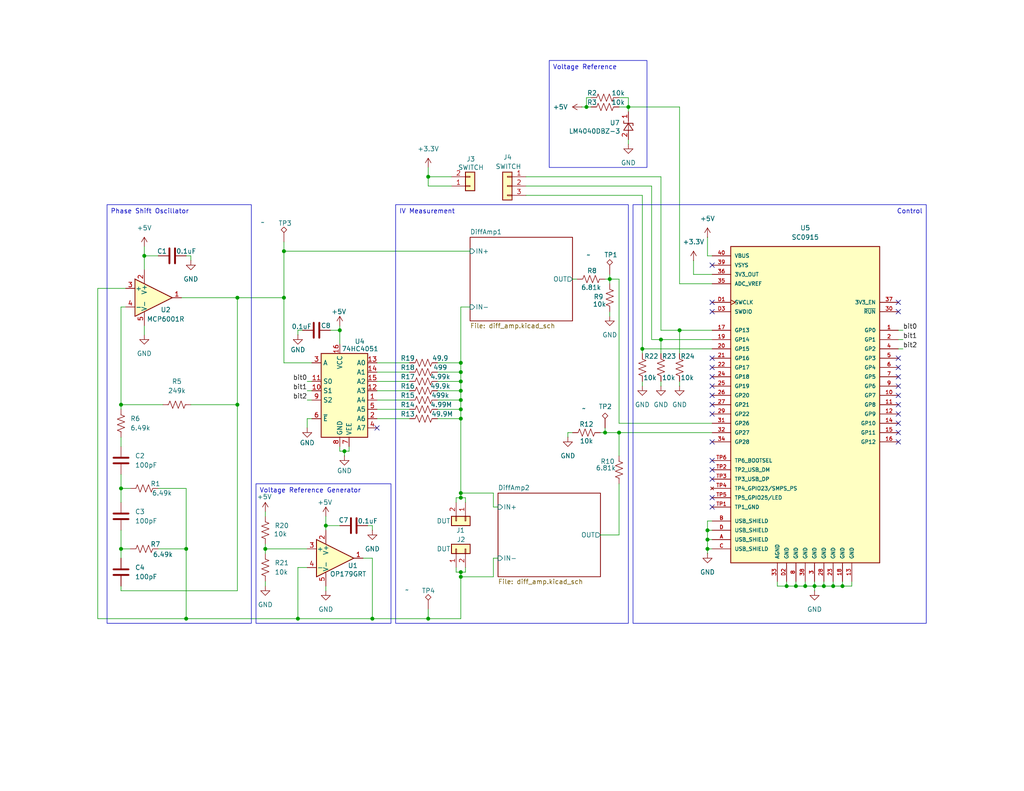
<source format=kicad_sch>
(kicad_sch (version 20231120) (generator "eeschema") (generator_version "8.0")
  (paper "A")
  (title_block (title "LCR Meter"))
  (lib_symbols
    (symbol "74xx:74HC4051"
      (property "Reference" "U" (at -5.08 11.43 0))
      (property "Value" "74HC4051" (at -7.62 -13.97 0))
      (symbol "74HC4051_0_1"
        (rectangle (start -5.08 10.16) (end 7.62 -12.7) (stroke (width 0.254)) (fill (type background)))
      )
      (symbol "74HC4051_1_1"
        (pin passive line (at 10.16 -2.54 180) (length 2.54) (name "A4") (number "1"))
        (pin input line (at -7.62 0 0) (length 2.54) (name "S1") (number "10"))
        (pin input line (at -7.62 2.54 0) (length 2.54) (name "S0") (number "11"))
        (pin passive line (at 10.16 0 180) (length 2.54) (name "A3") (number "12"))
        (pin passive line (at 10.16 7.62 180) (length 2.54) (name "A0") (number "13"))
        (pin passive line (at 10.16 5.08 180) (length 2.54) (name "A1") (number "14"))
        (pin passive line (at 10.16 2.54 180) (length 2.54) (name "A2") (number "15"))
        (pin power_in line (at 0 12.7 270) (length 2.54) (name "VCC") (number "16"))
        (pin passive line (at 10.16 -7.62 180) (length 2.54) (name "A6") (number "2"))
        (pin passive line (at -7.62 7.62 0) (length 2.54) (name "A") (number "3"))
        (pin passive line (at 10.16 -10.16 180) (length 2.54) (name "A7") (number "4"))
        (pin passive line (at 10.16 -5.08 180) (length 2.54) (name "A5") (number "5"))
        (pin input line (at -7.62 -7.62 0) (length 2.54) (name "~{E}") (number "6"))
        (pin power_in line (at 2.54 -15.24 90) (length 2.54) (name "VEE") (number "7"))
        (pin power_in line (at 0 -15.24 90) (length 2.54) (name "GND") (number "8"))
        (pin input line (at -7.62 -2.54 0) (length 2.54) (name "S2") (number "9"))
      )
    )
    (symbol "Amplifier_Operational:MCP6001R" (pin_names (offset 0.127))
      (property "Reference" "U" (at 0 5.08 0))
      (property "Value" "MCP6001R" (at 0 -5.08 0))
      (symbol "MCP6001R_0_1"
        (polyline (pts (xy -5.08 5.08) (xy 5.08 0) (xy -5.08 -5.08) (xy -5.08 5.08)) (stroke (width 0.254)) (fill (type background)))
        (pin power_in line (at -2.54 7.62 270) (length 3.81) (name "V+") (number "2"))
        (pin power_in line (at -2.54 -7.62 90) (length 3.81) (name "V-") (number "5"))
      )
      (symbol "MCP6001R_1_1"
        (pin output line (at 7.62 0 180) (length 2.54) (name "~") (number "1"))
        (pin input line (at -7.62 2.54 0) (length 2.54) (name "+") (number "3"))
        (pin input line (at -7.62 -2.54 0) (length 2.54) (name "-") (number "4"))
      )
    )
    (symbol "Amplifier_Operational:OP179GRT" (pin_names (offset 0.127))
      (property "Reference" "U" (at 0 5.08 0))
      (property "Value" "OP179GRT" (at 0 -5.08 0))
      (symbol "OP179GRT_0_1"
        (polyline (pts (xy -5.08 5.08) (xy 5.08 0) (xy -5.08 -5.08) (xy -5.08 5.08)) (stroke (width 0.254)) (fill (type background)))
        (pin power_in line (at -2.54 7.62 270) (length 3.81) (name "V+") (number "2"))
        (pin power_in line (at -2.54 -7.62 90) (length 3.81) (name "V-") (number "5"))
      )
      (symbol "OP179GRT_1_1"
        (pin output line (at 7.62 0 180) (length 2.54) (name "~") (number "1"))
        (pin input line (at -7.62 2.54 0) (length 2.54) (name "+") (number "3"))
        (pin input line (at -7.62 -2.54 0) (length 2.54) (name "-") (number "4"))
      )
    )
    (symbol "Connector:TestPoint_Alt" (pin_numbers hide) (pin_names (offset 0.762) hide)
      (property "Reference" "TP" (at 0 6.858 0))
      (property "Value" "TestPoint_Alt" (at 0 5.08 0))
      (symbol "TestPoint_Alt_0_1"
        (polyline (pts (xy 0 2.54) (xy -0.762 3.302) (xy 0 4.064) (xy 0.762 3.302) (xy 0 2.54)))
      )
      (symbol "TestPoint_Alt_1_1"
        (pin passive line (at 0 0 90) (length 2.54) (name "1") (number "1"))
      )
    )
    (symbol "Connector_Generic:Conn_01x02" (pin_names (offset 1.016) hide)
      (property "Reference" "J" (at 0 2.54 0))
      (property "Value" "Conn_01x02" (at 0 -5.08 0))
      (symbol "Conn_01x02_1_1"
        (rectangle (start -1.27 -2.413) (end 0 -2.667) (stroke (width 0.1524)))
        (rectangle (start -1.27 0.127) (end 0 -0.127) (stroke (width 0.1524)))
        (rectangle (start -1.27 1.27) (end 1.27 -3.81) (stroke (width 0.254)) (fill (type background)))
        (pin passive line (at -5.08 0 0) (length 3.81) (name "Pin_1") (number "1"))
        (pin passive line (at -5.08 -2.54 0) (length 3.81) (name "Pin_2") (number "2"))
      )
    )
    (symbol "Connector_Generic:Conn_01x03" (pin_names (offset 1.016) hide)
      (property "Reference" "J" (at 0 5.08 0))
      (property "Value" "Conn_01x03" (at 0 -5.08 0))
      (symbol "Conn_01x03_1_1"
        (rectangle (start -1.27 -2.413) (end 0 -2.667) (stroke (width 0.1524)))
        (rectangle (start -1.27 0.127) (end 0 -0.127) (stroke (width 0.1524)))
        (rectangle (start -1.27 2.667) (end 0 2.413) (stroke (width 0.1524)))
        (rectangle (start -1.27 3.81) (end 1.27 -3.81) (stroke (width 0.254)) (fill (type background)))
        (pin passive line (at -5.08 2.54 0) (length 3.81) (name "Pin_1") (number "1"))
        (pin passive line (at -5.08 0 0) (length 3.81) (name "Pin_2") (number "2"))
        (pin passive line (at -5.08 -2.54 0) (length 3.81) (name "Pin_3") (number "3"))
      )
    )
    (symbol "Device:C" (pin_numbers hide) (pin_names (offset 0.254))
      (property "Reference" "C" (at 0.635 2.54 0))
      (property "Value" "C" (at 0.635 -2.54 0))
      (symbol "C_0_1"
        (polyline (pts (xy -2.032 -0.762) (xy 2.032 -0.762)) (stroke (width 0.508)))
        (polyline (pts (xy -2.032 0.762) (xy 2.032 0.762)) (stroke (width 0.508)))
      )
      (symbol "C_1_1"
        (pin passive line (at 0 3.81 270) (length 2.794) (name "~") (number "1"))
        (pin passive line (at 0 -3.81 90) (length 2.794) (name "~") (number "2"))
      )
    )
    (symbol "Device:R_US" (pin_numbers hide) (pin_names (offset 0))
      (property "Reference" "R" (at 2.54 0 90))
      (property "Value" "R_US" (at -2.54 0 90))
      (symbol "R_US_0_1"
        (polyline (pts (xy 0 -2.286) (xy 0 -2.54)))
        (polyline (pts (xy 0 2.286) (xy 0 2.54)))
        (polyline (pts (xy 0 -0.762) (xy 1.016 -1.143) (xy 0 -1.524) (xy -1.016 -1.905) (xy 0 -2.286)))
        (polyline (pts (xy 0 0.762) (xy 1.016 0.381) (xy 0 0) (xy -1.016 -0.381) (xy 0 -0.762)))
        (polyline (pts (xy 0 2.286) (xy 1.016 1.905) (xy 0 1.524) (xy -1.016 1.143) (xy 0 0.762)))
      )
      (symbol "R_US_1_1"
        (pin passive line (at 0 3.81 270) (length 1.27) (name "~") (number "1"))
        (pin passive line (at 0 -3.81 90) (length 1.27) (name "~") (number "2"))
      )
    )
    (symbol "Newt_Scope_Parts:SC0915" (pin_names (offset 1.016))
      (property "Reference" "U" (at -20.32 44.069 0))
      (property "Value" "SC0915" (at 11.43 44.45 0))
      (symbol "SC0915_0_0"
        (rectangle (start -20.32 43.18) (end 20.32 -43.18) (stroke (width 0.254)) (fill (type background)))
        (pin bidirectional line (at -25.4 20.32 0) (length 5.08) (name "GP0") (number "1"))
        (pin bidirectional line (at -25.4 2.54 0) (length 5.08) (name "GP7") (number "10"))
        (pin bidirectional line (at -25.4 0 0) (length 5.08) (name "GP8") (number "11"))
        (pin bidirectional line (at -25.4 -2.54 0) (length 5.08) (name "GP9") (number "12"))
        (pin power_in line (at -12.7 -48.26 90) (length 5.08) (name "GND") (number "13"))
        (pin bidirectional line (at -25.4 -5.08 0) (length 5.08) (name "GP10") (number "14"))
        (pin bidirectional line (at -25.4 -7.62 0) (length 5.08) (name "GP11") (number "15"))
        (pin bidirectional line (at -25.4 -10.16 0) (length 5.08) (name "GP12") (number "16"))
        (pin bidirectional line (at 25.4 20.32 180) (length 5.08) (name "GP13") (number "17"))
        (pin power_in line (at -10.16 -48.26 90) (length 5.08) (name "GND") (number "18"))
        (pin bidirectional line (at 25.4 17.78 180) (length 5.08) (name "GP14") (number "19"))
        (pin bidirectional line (at -25.4 17.78 0) (length 5.08) (name "GP1") (number "2"))
        (pin bidirectional line (at 25.4 15.24 180) (length 5.08) (name "GP15") (number "20"))
        (pin bidirectional line (at 25.4 12.7 180) (length 5.08) (name "GP16") (number "21"))
        (pin bidirectional line (at 25.4 10.16 180) (length 5.08) (name "GP17") (number "22"))
        (pin power_in line (at -7.62 -48.26 90) (length 5.08) (name "GND") (number "23"))
        (pin bidirectional line (at 25.4 7.62 180) (length 5.08) (name "GP18") (number "24"))
        (pin bidirectional line (at 25.4 5.08 180) (length 5.08) (name "GP19") (number "25"))
        (pin bidirectional line (at 25.4 2.54 180) (length 5.08) (name "GP20") (number "26"))
        (pin bidirectional line (at 25.4 0 180) (length 5.08) (name "GP21") (number "27"))
        (pin power_in line (at -5.08 -48.26 90) (length 5.08) (name "GND") (number "28"))
        (pin bidirectional line (at 25.4 -2.54 180) (length 5.08) (name "GP22") (number "29"))
        (pin power_in line (at -2.54 -48.26 90) (length 5.08) (name "GND") (number "3"))
        (pin input line (at -25.4 25.4 0) (length 5.08) (name "~{RUN}") (number "30"))
        (pin bidirectional line (at 25.4 -5.08 180) (length 5.08) (name "GP26") (number "31"))
        (pin bidirectional line (at 25.4 -7.62 180) (length 5.08) (name "GP27") (number "32"))
        (pin power_in line (at 7.62 -48.26 90) (length 5.08) (name "AGND") (number "33"))
        (pin bidirectional line (at 25.4 -10.16 180) (length 5.08) (name "GP28") (number "34"))
        (pin power_in line (at 25.4 33.02 180) (length 5.08) (name "ADC_VREF") (number "35"))
        (pin power_in line (at 25.4 35.56 180) (length 5.08) (name "3V3_OUT") (number "36"))
        (pin input line (at -25.4 27.94 0) (length 5.08) (name "3V3_EN") (number "37"))
        (pin power_in line (at 0 -48.26 90) (length 5.08) (name "GND") (number "38"))
        (pin power_in line (at 25.4 38.1 180) (length 5.08) (name "VSYS") (number "39"))
        (pin bidirectional line (at -25.4 15.24 0) (length 5.08) (name "GP2") (number "4"))
        (pin power_in line (at 25.4 40.64 180) (length 5.08) (name "VBUS") (number "40"))
        (pin bidirectional line (at -25.4 12.7 0) (length 5.08) (name "GP3") (number "5"))
        (pin bidirectional line (at -25.4 10.16 0) (length 5.08) (name "GP4") (number "6"))
        (pin bidirectional line (at -25.4 7.62 0) (length 5.08) (name "GP5") (number "7"))
        (pin power_in line (at 2.54 -48.26 90) (length 5.08) (name "GND") (number "8"))
        (pin bidirectional line (at -25.4 5.08 0) (length 5.08) (name "GP6") (number "9"))
        (pin power_in line (at 25.4 -36.83 180) (length 5.08) (name "USB_SHIELD") (number "A"))
        (pin power_in line (at 25.4 -31.75 180) (length 5.08) (name "USB_SHIELD") (number "B"))
        (pin power_in line (at 25.4 -39.37 180) (length 5.08) (name "USB_SHIELD") (number "C"))
        (pin power_in line (at 25.4 -34.29 180) (length 5.08) (name "USB_SHIELD") (number "D"))
        (pin input clock (at 25.4 27.94 180) (length 5.08) (name "SWCLK") (number "D1"))
        (pin power_in line (at 5.08 -48.26 90) (length 5.08) (name "GND") (number "D2"))
        (pin bidirectional line (at 25.4 25.4 180) (length 5.08) (name "SWDIO") (number "D3"))
        (pin power_in line (at 25.4 -27.94 180) (length 5.08) (name "TP1_GND") (number "TP1"))
        (pin bidirectional line (at 25.4 -17.78 180) (length 5.08) (name "TP2_USB_DM") (number "TP2"))
        (pin bidirectional line (at 25.4 -20.32 180) (length 5.08) (name "TP3_USB_DP") (number "TP3"))
        (pin no_connect line (at 25.4 -22.86 180) (length 5.08) (name "TP4_GPIO23/SMPS_PS") (number "TP4"))
        (pin output line (at 25.4 -25.4 180) (length 5.08) (name "TP5_GPIO25/LED") (number "TP5"))
        (pin input line (at 25.4 -15.24 180) (length 5.08) (name "TP6_BOOTSEL") (number "TP6"))
      )
    )
    (symbol "Reference_Voltage:LM4040DBZ-3" (pin_names (offset 0.0254) hide)
      (property "Reference" "U" (at 0 2.54 0))
      (property "Value" "LM4040DBZ-3" (at 0 -3.175 0))
      (symbol "LM4040DBZ-3_0_1"
        (polyline (pts (xy -1.27 0) (xy 0 0) (xy 1.27 0)))
        (polyline (pts (xy -1.27 -1.27) (xy 0.635 0) (xy -1.27 1.27) (xy -1.27 -1.27)) (stroke (width 0.2032)))
        (polyline (pts (xy 0 -1.27) (xy 0.635 -1.27) (xy 0.635 1.27) (xy 1.27 1.27)) (stroke (width 0.2032)))
      )
      (symbol "LM4040DBZ-3_1_1"
        (pin passive line (at 3.81 0 180) (length 2.54) (name "K") (number "1"))
        (pin passive line (at -3.81 0 0) (length 2.54) (name "A") (number "2"))
      )
    )
    (symbol "power:+3.3V" (power) (pin_numbers hide) (pin_names (offset 0) hide)
      (property "Value" "+3.3V" (at 0 3.556 0))
      (symbol "+3.3V_0_1"
        (polyline (pts (xy -0.762 1.27) (xy 0 2.54)))
        (polyline (pts (xy 0 0) (xy 0 2.54)))
        (polyline (pts (xy 0 2.54) (xy 0.762 1.27)))
      )
      (symbol "+3.3V_1_1"
        (pin power_in line (at 0 0 90) (length 0) (name "~") (number "1"))
      )
    )
    (symbol "power:+5V" (power) (pin_numbers hide) (pin_names (offset 0) hide)
      (property "Value" "+5V" (at 0 3.556 0))
      (symbol "+5V_0_1"
        (polyline (pts (xy -0.762 1.27) (xy 0 2.54)))
        (polyline (pts (xy 0 0) (xy 0 2.54)))
        (polyline (pts (xy 0 2.54) (xy 0.762 1.27)))
      )
      (symbol "+5V_1_1"
        (pin power_in line (at 0 0 90) (length 0) (name "~") (number "1"))
      )
    )
    (symbol "power:GND" (power) (pin_numbers hide) (pin_names (offset 0) hide)
      (property "Value" "GND" (at 0 -3.81 0))
      (symbol "GND_0_1"
        (polyline (pts (xy 0 0) (xy 0 -1.27) (xy 1.27 -1.27) (xy 0 -2.54) (xy -1.27 -1.27) (xy 0 -1.27)))
      )
      (symbol "GND_1_1"
        (pin power_in line (at 0 0 270) (length 0) (name "~") (number "1"))
      )
    )
  )
  (junction (at 50.8 168.91))
  (junction (at 92.71 90.17))
  (junction (at 214.63 160.02))
  (junction (at 33.02 133.35))
  (junction (at 93.98 123.19))
  (junction (at 125.73 99.06))
  (junction (at 101.6 168.91))
  (junction (at 217.17 160.02))
  (junction (at 193.04 149.86))
  (junction (at 125.73 101.6))
  (junction (at 171.45 29.21))
  (junction (at 160.02 29.21))
  (junction (at 125.73 111.76))
  (junction (at 219.71 160.02))
  (junction (at 125.73 156.21))
  (junction (at 64.77 110.49))
  (junction (at 77.47 68.58))
  (junction (at 193.04 147.32))
  (junction (at 72.39 149.86))
  (junction (at 116.84 168.91))
  (junction (at 33.02 149.86))
  (junction (at 168.91 118.11))
  (junction (at 33.02 110.49))
  (junction (at 222.25 160.02))
  (junction (at 125.73 135.89))
  (junction (at 50.8 149.86))
  (junction (at 125.73 109.22))
  (junction (at 193.04 144.78))
  (junction (at 39.37 69.85))
  (junction (at 77.47 81.28))
  (junction (at 125.73 114.3))
  (junction (at 165.1 118.11))
  (junction (at 125.73 104.14))
  (junction (at 125.73 157.48))
  (junction (at 64.77 81.28))
  (junction (at 166.37 76.2))
  (junction (at 125.73 106.68))
  (junction (at 175.26 95.25))
  (junction (at 125.73 134.62))
  (junction (at 81.28 168.91))
  (junction (at 185.42 90.17))
  (junction (at 116.84 48.26))
  (junction (at 224.79 160.02))
  (junction (at 180.34 92.71))
  (junction (at 227.33 160.02))
  (junction (at 88.9 143.51))
  (junction (at 229.87 160.02))
  (no_connect (at 194.31 100.33))
  (no_connect (at 194.31 128.27))
  (no_connect (at 245.11 120.65))
  (no_connect (at 245.11 107.95))
  (no_connect (at 245.11 110.49))
  (no_connect (at 194.31 72.39))
  (no_connect (at 245.11 118.11))
  (no_connect (at 194.31 120.65))
  (no_connect (at 245.11 97.79))
  (no_connect (at 245.11 100.33))
  (no_connect (at 194.31 138.43))
  (no_connect (at 245.11 85.09))
  (no_connect (at 102.87 116.84))
  (no_connect (at 194.31 107.95))
  (no_connect (at 194.31 82.55))
  (no_connect (at 194.31 97.79))
  (no_connect (at 194.31 135.89))
  (no_connect (at 245.11 115.57))
  (no_connect (at 245.11 105.41))
  (no_connect (at 245.11 102.87))
  (no_connect (at 194.31 102.87))
  (no_connect (at 245.11 82.55))
  (no_connect (at 194.31 113.03))
  (no_connect (at 194.31 110.49))
  (no_connect (at 194.31 125.73))
  (no_connect (at 245.11 113.03))
  (no_connect (at 194.31 105.41))
  (no_connect (at 194.31 130.81))
  (no_connect (at 194.31 85.09))
  (wire (pts (xy 33.02 110.49) (xy 33.02 111.76)))
  (wire (pts (xy 102.87 104.14) (xy 111.76 104.14)))
  (wire (pts (xy 119.38 114.3) (xy 125.73 114.3)))
  (wire (pts (xy 185.42 90.17) (xy 194.31 90.17)))
  (wire (pts (xy 81.28 91.44) (xy 81.28 90.17)))
  (wire (pts (xy 194.31 149.86) (xy 193.04 149.86)))
  (wire (pts (xy 125.73 157.48) (xy 125.73 168.91)))
  (wire (pts (xy 33.02 149.86) (xy 33.02 152.4)))
  (wire (pts (xy 168.91 76.2) (xy 168.91 115.57)))
  (wire (pts (xy 166.37 74.93) (xy 166.37 76.2)))
  (wire (pts (xy 165.1 76.2) (xy 166.37 76.2)))
  (wire (pts (xy 125.73 104.14) (xy 125.73 106.68)))
  (wire (pts (xy 175.26 95.25) (xy 194.31 95.25)))
  (wire (pts (xy 92.71 88.9) (xy 92.71 90.17)))
  (wire (pts (xy 154.94 118.11) (xy 156.21 118.11)))
  (wire (pts (xy 168.91 29.21) (xy 171.45 29.21)))
  (wire (pts (xy 119.38 106.68) (xy 125.73 106.68)))
  (wire (pts (xy 83.82 104.14) (xy 85.09 104.14)))
  (wire (pts (xy 39.37 88.9) (xy 39.37 91.44)))
  (wire (pts (xy 125.73 111.76) (xy 125.73 114.3)))
  (wire (pts (xy 119.38 99.06) (xy 125.73 99.06)))
  (wire (pts (xy 102.87 111.76) (xy 111.76 111.76)))
  (wire (pts (xy 124.46 135.89) (xy 125.73 135.89)))
  (wire (pts (xy 219.71 160.02) (xy 217.17 160.02)))
  (wire (pts (xy 101.6 144.78) (xy 101.6 143.51)))
  (wire (pts (xy 134.62 157.48) (xy 134.62 152.4)))
  (wire (pts (xy 161.29 26.67) (xy 160.02 26.67)))
  (wire (pts (xy 52.07 69.85) (xy 52.07 71.12)))
  (wire (pts (xy 185.42 104.14) (xy 185.42 105.41)))
  (wire (pts (xy 217.17 158.75) (xy 217.17 160.02)))
  (wire (pts (xy 119.38 109.22) (xy 125.73 109.22)))
  (wire (pts (xy 163.83 146.05) (xy 168.91 146.05)))
  (wire (pts (xy 81.28 90.17) (xy 82.55 90.17)))
  (wire (pts (xy 93.98 123.19) (xy 93.98 124.46)))
  (wire (pts (xy 227.33 160.02) (xy 224.79 160.02)))
  (wire (pts (xy 88.9 143.51) (xy 88.9 144.78)))
  (wire (pts (xy 168.91 118.11) (xy 165.1 118.11)))
  (wire (pts (xy 102.87 99.06) (xy 111.76 99.06)))
  (wire (pts (xy 119.38 111.76) (xy 125.73 111.76)))
  (wire (pts (xy 83.82 114.3) (xy 83.82 116.84)))
  (wire (pts (xy 125.73 109.22) (xy 125.73 111.76)))
  (wire (pts (xy 50.8 133.35) (xy 50.8 149.86)))
  (wire (pts (xy 125.73 114.3) (xy 125.73 134.62)))
  (wire (pts (xy 212.09 160.02) (xy 212.09 158.75)))
  (wire (pts (xy 171.45 29.21) (xy 171.45 30.48)))
  (wire (pts (xy 39.37 67.31) (xy 39.37 69.85)))
  (wire (pts (xy 214.63 158.75) (xy 214.63 160.02)))
  (wire (pts (xy 52.07 110.49) (xy 64.77 110.49)))
  (wire (pts (xy 83.82 109.22) (xy 85.09 109.22)))
  (wire (pts (xy 26.67 78.74) (xy 34.29 78.74)))
  (wire (pts (xy 222.25 160.02) (xy 222.25 161.29)))
  (wire (pts (xy 125.73 99.06) (xy 125.73 83.82)))
  (wire (pts (xy 227.33 158.75) (xy 227.33 160.02)))
  (wire (pts (xy 72.39 158.75) (xy 72.39 160.02)))
  (wire (pts (xy 185.42 90.17) (xy 185.42 96.52)))
  (wire (pts (xy 232.41 160.02) (xy 229.87 160.02)))
  (wire (pts (xy 125.73 106.68) (xy 125.73 109.22)))
  (wire (pts (xy 160.02 26.67) (xy 160.02 29.21)))
  (wire (pts (xy 194.31 144.78) (xy 193.04 144.78)))
  (wire (pts (xy 92.71 123.19) (xy 93.98 123.19)))
  (wire (pts (xy 33.02 160.02) (xy 33.02 161.29)))
  (wire (pts (xy 125.73 99.06) (xy 125.73 101.6)))
  (wire (pts (xy 33.02 133.35) (xy 33.02 137.16)))
  (wire (pts (xy 50.8 149.86) (xy 50.8 168.91)))
  (wire (pts (xy 171.45 26.67) (xy 171.45 29.21)))
  (wire (pts (xy 166.37 85.09) (xy 166.37 86.36)))
  (wire (pts (xy 64.77 161.29) (xy 64.77 110.49)))
  (wire (pts (xy 102.87 101.6) (xy 111.76 101.6)))
  (wire (pts (xy 194.31 147.32) (xy 193.04 147.32)))
  (wire (pts (xy 125.73 134.62) (xy 125.73 135.89)))
  (wire (pts (xy 50.8 168.91) (xy 81.28 168.91)))
  (wire (pts (xy 154.94 118.11) (xy 154.94 119.38)))
  (wire (pts (xy 143.51 48.26) (xy 180.34 48.26)))
  (wire (pts (xy 100.33 143.51) (xy 101.6 143.51)))
  (wire (pts (xy 177.8 50.8) (xy 177.8 92.71)))
  (wire (pts (xy 116.84 50.8) (xy 123.19 50.8)))
  (wire (pts (xy 229.87 158.75) (xy 229.87 160.02)))
  (wire (pts (xy 90.17 90.17) (xy 92.71 90.17)))
  (wire (pts (xy 189.23 74.93) (xy 194.31 74.93)))
  (wire (pts (xy 168.91 118.11) (xy 168.91 124.46)))
  (wire (pts (xy 33.02 161.29) (xy 64.77 161.29)))
  (wire (pts (xy 189.23 71.12) (xy 189.23 74.93)))
  (wire (pts (xy 33.02 149.86) (xy 35.56 149.86)))
  (wire (pts (xy 33.02 144.78) (xy 33.02 149.86)))
  (wire (pts (xy 88.9 160.02) (xy 88.9 161.29)))
  (wire (pts (xy 33.02 129.54) (xy 33.02 133.35)))
  (wire (pts (xy 168.91 26.67) (xy 171.45 26.67)))
  (wire (pts (xy 102.87 114.3) (xy 111.76 114.3)))
  (wire (pts (xy 99.06 152.4) (xy 101.6 152.4)))
  (wire (pts (xy 166.37 76.2) (xy 168.91 76.2)))
  (wire (pts (xy 134.62 134.62) (xy 134.62 138.43)))
  (wire (pts (xy 101.6 152.4) (xy 101.6 168.91)))
  (wire (pts (xy 72.39 149.86) (xy 83.82 149.86)))
  (wire (pts (xy 222.25 158.75) (xy 222.25 160.02)))
  (wire (pts (xy 219.71 158.75) (xy 219.71 160.02)))
  (wire (pts (xy 175.26 104.14) (xy 175.26 105.41)))
  (wire (pts (xy 88.9 143.51) (xy 92.71 143.51)))
  (wire (pts (xy 33.02 121.92) (xy 33.02 119.38)))
  (wire (pts (xy 125.73 156.21) (xy 127 156.21)))
  (wire (pts (xy 72.39 139.7) (xy 72.39 140.97)))
  (wire (pts (xy 180.34 104.14) (xy 180.34 105.41)))
  (wire (pts (xy 229.87 160.02) (xy 227.33 160.02)))
  (wire (pts (xy 127 135.89) (xy 127 137.16)))
  (wire (pts (xy 125.73 134.62) (xy 134.62 134.62)))
  (wire (pts (xy 222.25 160.02) (xy 219.71 160.02)))
  (wire (pts (xy 77.47 68.58) (xy 77.47 81.28)))
  (wire (pts (xy 64.77 81.28) (xy 64.77 110.49)))
  (wire (pts (xy 166.37 76.2) (xy 166.37 77.47)))
  (wire (pts (xy 116.84 168.91) (xy 125.73 168.91)))
  (wire (pts (xy 232.41 158.75) (xy 232.41 160.02)))
  (wire (pts (xy 33.02 83.82) (xy 33.02 110.49)))
  (wire (pts (xy 93.98 123.19) (xy 95.25 123.19)))
  (wire (pts (xy 165.1 118.11) (xy 165.1 116.84)))
  (wire (pts (xy 194.31 69.85) (xy 193.04 69.85)))
  (wire (pts (xy 168.91 115.57) (xy 194.31 115.57)))
  (wire (pts (xy 116.84 166.37) (xy 116.84 168.91)))
  (wire (pts (xy 193.04 144.78) (xy 193.04 142.24)))
  (wire (pts (xy 160.02 29.21) (xy 161.29 29.21)))
  (wire (pts (xy 168.91 132.08) (xy 168.91 146.05)))
  (wire (pts (xy 33.02 110.49) (xy 44.45 110.49)))
  (wire (pts (xy 163.83 118.11) (xy 165.1 118.11)))
  (wire (pts (xy 83.82 106.68) (xy 85.09 106.68)))
  (wire (pts (xy 193.04 69.85) (xy 193.04 64.77)))
  (wire (pts (xy 102.87 106.68) (xy 111.76 106.68)))
  (wire (pts (xy 125.73 135.89) (xy 127 135.89)))
  (wire (pts (xy 26.67 168.91) (xy 26.67 78.74)))
  (wire (pts (xy 193.04 151.13) (xy 193.04 149.86)))
  (wire (pts (xy 158.75 29.21) (xy 160.02 29.21)))
  (wire (pts (xy 224.79 160.02) (xy 222.25 160.02)))
  (wire (pts (xy 245.11 92.71) (xy 246.38 92.71)))
  (wire (pts (xy 175.26 53.34) (xy 175.26 95.25)))
  (wire (pts (xy 125.73 156.21) (xy 125.73 157.48)))
  (wire (pts (xy 125.73 157.48) (xy 134.62 157.48)))
  (wire (pts (xy 193.04 147.32) (xy 193.04 144.78)))
  (wire (pts (xy 83.82 154.94) (xy 81.28 154.94)))
  (wire (pts (xy 34.29 83.82) (xy 33.02 83.82)))
  (wire (pts (xy 72.39 148.59) (xy 72.39 149.86)))
  (wire (pts (xy 125.73 101.6) (xy 125.73 104.14)))
  (wire (pts (xy 85.09 99.06) (xy 77.47 99.06)))
  (wire (pts (xy 245.11 90.17) (xy 246.38 90.17)))
  (wire (pts (xy 119.38 101.6) (xy 125.73 101.6)))
  (wire (pts (xy 134.62 152.4) (xy 135.89 152.4)))
  (wire (pts (xy 77.47 66.04) (xy 77.47 68.58)))
  (wire (pts (xy 180.34 92.71) (xy 180.34 96.52)))
  (wire (pts (xy 124.46 154.94) (xy 124.46 156.21)))
  (wire (pts (xy 143.51 50.8) (xy 177.8 50.8)))
  (wire (pts (xy 214.63 160.02) (xy 212.09 160.02)))
  (wire (pts (xy 180.34 48.26) (xy 180.34 90.17)))
  (wire (pts (xy 64.77 81.28) (xy 77.47 81.28)))
  (wire (pts (xy 180.34 92.71) (xy 194.31 92.71)))
  (wire (pts (xy 168.91 118.11) (xy 194.31 118.11)))
  (wire (pts (xy 171.45 29.21) (xy 185.42 29.21)))
  (wire (pts (xy 43.18 133.35) (xy 50.8 133.35)))
  (wire (pts (xy 77.47 99.06) (xy 77.47 81.28)))
  (wire (pts (xy 127 154.94) (xy 127 156.21)))
  (wire (pts (xy 156.21 76.2) (xy 157.48 76.2)))
  (wire (pts (xy 193.04 149.86) (xy 193.04 147.32)))
  (wire (pts (xy 92.71 90.17) (xy 92.71 93.98)))
  (wire (pts (xy 124.46 156.21) (xy 125.73 156.21)))
  (wire (pts (xy 81.28 154.94) (xy 81.28 168.91)))
  (wire (pts (xy 180.34 90.17) (xy 185.42 90.17)))
  (wire (pts (xy 217.17 160.02) (xy 214.63 160.02)))
  (wire (pts (xy 72.39 149.86) (xy 72.39 151.13)))
  (wire (pts (xy 124.46 137.16) (xy 124.46 135.89)))
  (wire (pts (xy 143.51 53.34) (xy 175.26 53.34)))
  (wire (pts (xy 134.62 138.43) (xy 135.89 138.43)))
  (wire (pts (xy 43.18 149.86) (xy 50.8 149.86)))
  (wire (pts (xy 185.42 29.21) (xy 185.42 77.47)))
  (wire (pts (xy 102.87 109.22) (xy 111.76 109.22)))
  (wire (pts (xy 88.9 140.97) (xy 88.9 143.51)))
  (wire (pts (xy 177.8 92.71) (xy 180.34 92.71)))
  (wire (pts (xy 116.84 48.26) (xy 123.19 48.26)))
  (wire (pts (xy 116.84 48.26) (xy 116.84 50.8)))
  (wire (pts (xy 224.79 158.75) (xy 224.79 160.02)))
  (wire (pts (xy 85.09 114.3) (xy 83.82 114.3)))
  (wire (pts (xy 33.02 133.35) (xy 35.56 133.35)))
  (wire (pts (xy 92.71 121.92) (xy 92.71 123.19)))
  (wire (pts (xy 125.73 83.82) (xy 128.27 83.82)))
  (wire (pts (xy 185.42 77.47) (xy 194.31 77.47)))
  (wire (pts (xy 119.38 104.14) (xy 125.73 104.14)))
  (wire (pts (xy 81.28 168.91) (xy 101.6 168.91)))
  (wire (pts (xy 116.84 45.72) (xy 116.84 48.26)))
  (wire (pts (xy 95.25 121.92) (xy 95.25 123.19)))
  (wire (pts (xy 246.38 95.25) (xy 245.11 95.25)))
  (wire (pts (xy 171.45 38.1) (xy 171.45 39.37)))
  (wire (pts (xy 39.37 69.85) (xy 39.37 73.66)))
  (wire (pts (xy 101.6 168.91) (xy 116.84 168.91)))
  (wire (pts (xy 175.26 95.25) (xy 175.26 96.52)))
  (wire (pts (xy 49.53 81.28) (xy 64.77 81.28)))
  (wire (pts (xy 39.37 69.85) (xy 43.18 69.85)))
  (wire (pts (xy 77.47 68.58) (xy 128.27 68.58)))
  (wire (pts (xy 50.8 69.85) (xy 52.07 69.85)))
  (wire (pts (xy 193.04 142.24) (xy 194.31 142.24)))
  (wire (pts (xy 50.8 168.91) (xy 26.67 168.91)))
  (text_box "IV Measurement" (at 107.95 55.88 0) (size 63.5 114.3) (effects (font (size 1.27 1.27)) (justify left top)))
  (text_box "Voltage Reference" (at 149.86 16.51 0) (size 26.67 29.21) (effects (font (size 1.27 1.27)) (justify left top)))
  (text_box "Control" (at 172.72 55.88 0) (size 80.01 114.3) (effects (font (size 1.27 1.27)) (justify right top)))
  (text_box "Voltage Reference Generator" (at 69.85 132.08 0) (size 36.83 38.1) (effects (font (size 1.27 1.27)) (justify left top)))
  (text_box "Phase Shift Oscillator" (at 29.21 55.88 0) (size 39.37 114.3) (effects (font (size 1.27 1.27)) (justify left top)))
  (label "bit1" (at 246.38 92.71 0))
  (label "bit2" (at 246.38 95.25 0))
  (label "bit0" (at 246.38 90.17 0))
  (label "bit2" (at 83.82 109.22 180))
  (label "bit1" (at 83.82 106.68 180))
  (label "bit0" (at 83.82 104.14 180))
  (symbol (lib_id "power:GND") (at 101.6 144.78 0) (unit 1)
    (property "Reference" "#PWR09" (effects (hide yes)))
    (property "Value" "GND" (at 101.6 149.86 0))
    (property "Description" "Power symbol creates a global label with name \"GND\" , ground" (effects (hide yes)))
  )
  (symbol (lib_id "Connector:TestPoint_Alt") (at 77.47 66.04 0) (unit 1)
    (property "Reference" "TP3" (at 75.946 60.96 0) (effects (justify left)))
    (property "Value" "~" (at 71.12 60.706 0) (effects (justify left)))
    (property "Footprint" "TestPoint:TestPoint_Pad_D1.5mm" (effects (hide yes)))
    (property "Description" "test point (alternative shape)" (effects (hide yes)))
  )
  (symbol (lib_id "Device:R_US") (at 72.39 154.94 0) (unit 1)
    (property "Reference" "R21" (at 74.93 153.6699 0) (effects (justify left)))
    (property "Value" "10k" (at 74.93 156.2099 0) (effects (justify left)))
    (property "Footprint" "Resistor_SMD:R_0603_1608Metric_Pad0.98x0.95mm_HandSolder" (effects (hide yes)))
    (property "Description" "Resistor, US symbol" (effects (hide yes)))
  )
  (symbol (lib_id "power:GND") (at 88.9 161.29 0) (unit 1)
    (property "Reference" "#PWR07" (effects (hide yes)))
    (property "Value" "GND" (at 88.9 166.37 0))
    (property "Description" "Power symbol creates a global label with name \"GND\" , ground" (effects (hide yes)))
  )
  (symbol (lib_id "Device:R_US") (at 165.1 29.21 90) (unit 1)
    (property "Reference" "R3" (at 161.544 27.94 90))
    (property "Value" "10k" (at 168.656 27.94 90))
    (property "Footprint" "Resistor_SMD:R_0603_1608Metric_Pad0.98x0.95mm_HandSolder" (effects (hide yes)))
    (property "Description" "Resistor, US symbol" (effects (hide yes)))
  )
  (symbol (lib_id "power:GND") (at 175.26 105.41 0) (unit 1)
    (property "Reference" "#PWR027" (effects (hide yes)))
    (property "Value" "GND" (at 175.26 110.49 0))
    (property "Description" "Power symbol creates a global label with name \"GND\" , ground" (effects (hide yes)))
  )
  (symbol (lib_id "Device:C") (at 46.99 69.85 90) (unit 1)
    (property "Reference" "C1" (at 44.196 68.58 90))
    (property "Value" "0.1uF" (at 50.8 68.58 90))
    (property "Footprint" "Capacitor_SMD:C_0603_1608Metric_Pad1.08x0.95mm_HandSolder" (effects (hide yes)))
    (property "Description" "Unpolarized capacitor" (effects (hide yes)))
  )
  (symbol (lib_id "Newt_Scope_Parts:SC0915") (at 219.71 110.49 0) (mirror y) (unit 1)
    (property "Reference" "U5" (at 219.71 62.23 0))
    (property "Value" "SC0915" (at 219.71 64.77 0))
    (property "Footprint" "LCR_meter_parts:MODULE_SC0915" (effects (hide yes)))
    (property "Description" "\nRaspberry Pi Pico Embedded Dev Module | Raspberry Pi SC0915\n" (effects (hide yes)))
    (property "MF" "Raspberry Pi" (effects (hide yes)))
    (property "Package" "None" (effects (hide yes)))
    (property "Price" "None" (effects (hide yes)))
    (property "Check_prices" "https://www.snapeda.com/parts/SC0915/Raspberry+Pi/view-part/?ref=eda" (effects (hide yes)))
    (property "STANDARD" "Manufacturer Recommendations" (effects (hide yes)))
    (property "PARTREV" "1.9" (effects (hide yes)))
    (property "SnapEDA_Link" "https://www.snapeda.com/parts/SC0915/Raspberry+Pi/view-part/?ref=snap" (effects (hide yes)))
    (property "MP" "SC0915" (effects (hide yes)))
    (property "Purchase-URL" "https://www.snapeda.com/api/url_track_click_mouser/?unipart_id=6331605&manufacturer=Raspberry Pi&part_name=SC0915&search_term=raspberry pi pico" (effects (hide yes)))
    (property "MANUFACTURER" "Pi Supply" (effects (hide yes)))
    (property "Availability" "In Stock" (effects (hide yes)))
    (property "SNAPEDA_PN" "SC0915" (effects (hide yes)))
  )
  (symbol (lib_id "power:+5V") (at 92.71 88.9 0) (unit 1)
    (property "Reference" "#PWR017" (effects (hide yes)))
    (property "Value" "+5V" (at 92.456 85.09 0))
    (property "Description" "Power symbol creates a global label with name \"+5V\"" (effects (hide yes)))
  )
  (symbol (lib_id "Device:R_US") (at 33.02 115.57 0) (unit 1)
    (property "Reference" "R6" (at 35.56 114.2999 0) (effects (justify left)))
    (property "Value" "6.49k" (at 35.56 116.8399 0) (effects (justify left)))
    (property "Footprint" "Resistor_SMD:R_0603_1608Metric_Pad0.98x0.95mm_HandSolder" (effects (hide yes)))
    (property "Description" "Resistor, US symbol" (effects (hide yes)))
  )
  (symbol (lib_id "Device:R_US") (at 165.1 26.67 90) (unit 1)
    (property "Reference" "R2" (at 161.544 25.4 90))
    (property "Value" "10k" (at 168.656 25.4 90))
    (property "Footprint" "Resistor_SMD:R_0603_1608Metric_Pad0.98x0.95mm_HandSolder" (effects (hide yes)))
    (property "Description" "Resistor, US symbol" (effects (hide yes)))
  )
  (symbol (lib_id "power:+5V") (at 72.39 139.7 0) (unit 1)
    (property "Reference" "#PWR024" (effects (hide yes)))
    (property "Value" "+5V" (at 72.136 135.636 0))
    (property "Description" "Power symbol creates a global label with name \"+5V\"" (effects (hide yes)))
  )
  (symbol (lib_id "Reference_Voltage:LM4040DBZ-3") (at 171.45 34.29 90) (unit 1)
    (property "Reference" "U7" (at 166.37 33.528 90) (effects (justify right)))
    (property "Value" "LM4040DBZ-3" (at 155.194 35.814 90) (effects (justify right)))
    (property "Footprint" "Package_TO_SOT_SMD:SOT-23" (effects (hide yes)))
    (property "Datasheet" "http://www.ti.com/lit/ds/symlink/lm4040-n.pdf" (effects (hide yes)))
    (property "Description" "3.000V Precision Micropower Shunt Voltage Reference, SOT-23" (effects (hide yes)))
  )
  (symbol (lib_id "power:+5V") (at 88.9 140.97 0) (unit 1)
    (property "Reference" "#PWR08" (effects (hide yes)))
    (property "Value" "+5V" (at 88.646 137.16 0))
    (property "Description" "Power symbol creates a global label with name \"+5V\"" (effects (hide yes)))
  )
  (symbol (lib_id "power:+5V") (at 39.37 67.31 0) (unit 1)
    (property "Reference" "#PWR02" (effects (hide yes)))
    (property "Value" "+5V" (at 39.37 62.23 0))
    (property "Description" "Power symbol creates a global label with name \"+5V\"" (effects (hide yes)))
  )
  (symbol (lib_id "power:GND") (at 193.04 151.13 0) (mirror y) (unit 1)
    (property "Reference" "#PWR05" (effects (hide yes)))
    (property "Value" "GND" (at 193.04 156.21 0))
    (property "Description" "Power symbol creates a global label with name \"GND\" , ground" (effects (hide yes)))
  )
  (symbol (lib_id "Device:C") (at 33.02 156.21 0) (unit 1)
    (property "Reference" "C4" (at 36.83 154.9399 0) (effects (justify left)))
    (property "Value" "100pF" (at 36.83 157.4799 0) (effects (justify left)))
    (property "Footprint" "Capacitor_SMD:C_0603_1608Metric_Pad1.08x0.95mm_HandSolder" (effects (hide yes)))
    (property "Description" "Unpolarized capacitor" (effects (hide yes)))
  )
  (symbol (lib_id "Amplifier_Operational:OP179GRT") (at 91.44 152.4 0) (unit 1)
    (property "Reference" "U1" (at 96.266 154.432 0))
    (property "Value" "OP179GRT" (at 94.996 156.718 0))
    (property "Footprint" "Package_TO_SOT_SMD:SOT-23-5" (effects (hide yes)))
    (property "Datasheet" "https://www.analog.com/media/en/technical-documentation/data-sheets/OP179_279.pdf" (effects (hide yes)))
    (property "Description" "Single Rail-to-Rail High Output Current Operational Amplifiers, SOT-23-5" (effects (hide yes)))
  )
  (symbol (lib_id "power:+5V") (at 193.04 64.77 0) (mirror y) (unit 1)
    (property "Reference" "#PWR04" (effects (hide yes)))
    (property "Value" "+5V" (at 193.04 59.69 0))
    (property "Description" "Power symbol creates a global label with name \"+5V\"" (effects (hide yes)))
  )
  (symbol (lib_id "Device:C") (at 86.36 90.17 90) (unit 1)
    (property "Reference" "C8" (at 88.9 88.9 90))
    (property "Value" "0.1uF" (at 82.296 89.154 90))
    (property "Footprint" "Capacitor_SMD:C_0603_1608Metric_Pad1.08x0.95mm_HandSolder" (effects (hide yes)))
    (property "Description" "Unpolarized capacitor" (effects (hide yes)))
  )
  (symbol (lib_id "Device:R_US") (at 115.57 106.68 90) (unit 1)
    (property "Reference" "R16" (at 111.252 105.41 90))
    (property "Value" "49.9k" (at 120.142 105.41 90))
    (property "Footprint" "Resistor_SMD:R_0603_1608Metric_Pad0.98x0.95mm_HandSolder" (effects (hide yes)))
    (property "Description" "Resistor, US symbol" (effects (hide yes)))
  )
  (symbol (lib_id "Device:R_US") (at 160.02 118.11 270) (unit 1)
    (property "Reference" "R12" (at 160.02 115.824 90))
    (property "Value" "10k" (at 160.02 120.396 90))
    (property "Footprint" "Resistor_SMD:R_0603_1608Metric_Pad0.98x0.95mm_HandSolder" (effects (hide yes)))
    (property "Description" "Resistor, US symbol" (effects (hide yes)))
  )
  (symbol (lib_id "Amplifier_Operational:MCP6001R") (at 41.91 81.28 0) (unit 1)
    (property "Reference" "U2" (at 45.212 84.582 0))
    (property "Value" "MCP6001R" (at 45.212 87.122 0))
    (property "Footprint" "Package_TO_SOT_SMD:SOT-23-5" (effects (hide yes)))
    (property "Datasheet" "http://ww1.microchip.com/downloads/en/DeviceDoc/21733j.pdf" (effects (hide yes)))
    (property "Description" "1MHz, Low-Power Op Amp, SOT-23-5" (effects (hide yes)))
  )
  (symbol (lib_id "power:GND") (at 83.82 116.84 0) (unit 1)
    (property "Reference" "#PWR036" (effects (hide yes)))
    (property "Value" "GND" (at 83.82 120.904 0))
    (property "Description" "Power symbol creates a global label with name \"GND\" , ground" (effects (hide yes)))
  )
  (symbol (lib_id "power:+3.3V") (at 116.84 45.72 0) (unit 1)
    (property "Reference" "#PWR026" (effects (hide yes)))
    (property "Value" "+3.3V" (at 116.84 40.64 0))
    (property "Description" "Power symbol creates a global label with name \"+3.3V\"" (effects (hide yes)))
  )
  (symbol (lib_id "Device:R_US") (at 39.37 133.35 90) (unit 1)
    (property "Reference" "R1" (at 42.418 132.08 90))
    (property "Value" "6.49k" (at 44.196 134.62 90))
    (property "Footprint" "Resistor_SMD:R_0603_1608Metric_Pad0.98x0.95mm_HandSolder" (effects (hide yes)))
    (property "Description" "Resistor, US symbol" (effects (hide yes)))
  )
  (symbol (lib_id "Device:C") (at 33.02 125.73 0) (unit 1)
    (property "Reference" "C2" (at 36.83 124.4599 0) (effects (justify left)))
    (property "Value" "100pF" (at 36.83 126.9999 0) (effects (justify left)))
    (property "Footprint" "Capacitor_SMD:C_0603_1608Metric_Pad1.08x0.95mm_HandSolder" (effects (hide yes)))
    (property "Description" "Unpolarized capacitor" (effects (hide yes)))
  )
  (symbol (lib_id "power:GND") (at 171.45 39.37 0) (unit 1)
    (property "Reference" "#PWR018" (effects (hide yes)))
    (property "Value" "GND" (at 171.45 44.45 0))
    (property "Description" "Power symbol creates a global label with name \"GND\" , ground" (effects (hide yes)))
  )
  (symbol (lib_id "Device:R_US") (at 115.57 101.6 90) (unit 1)
    (property "Reference" "R18" (at 111.252 100.33 90))
    (property "Value" "499" (at 120.142 100.33 90))
    (property "Footprint" "Resistor_SMD:R_0603_1608Metric_Pad0.98x0.95mm_HandSolder" (effects (hide yes)))
    (property "Description" "Resistor, US symbol" (effects (hide yes)))
  )
  (symbol (lib_id "Device:R_US") (at 72.39 144.78 0) (unit 1)
    (property "Reference" "R20" (at 74.93 143.5099 0) (effects (justify left)))
    (property "Value" "10k" (at 74.676 145.796 0) (effects (justify left)))
    (property "Footprint" "Resistor_SMD:R_0603_1608Metric_Pad0.98x0.95mm_HandSolder" (effects (hide yes)))
    (property "Description" "Resistor, US symbol" (effects (hide yes)))
  )
  (symbol (lib_id "Connector_Generic:Conn_01x03") (at 138.43 50.8 0) (mirror y) (unit 1)
    (property "Reference" "J4" (at 139.7 42.926 0) (effects (justify left)))
    (property "Value" "SWITCH" (at 142.24 45.466 0) (effects (justify left)))
    (property "Footprint" "Connector_PinHeader_2.54mm:PinHeader_1x03_P2.54mm_Vertical" (effects (hide yes)))
    (property "Description" "Generic connector, single row, 01x03, script generated (kicad-library-utils/schlib/autogen/connector/)" (effects (hide yes)))
  )
  (symbol (lib_id "power:GND") (at 72.39 160.02 0) (unit 1)
    (property "Reference" "#PWR023" (effects (hide yes)))
    (property "Value" "GND" (at 72.39 165.1 0))
    (property "Description" "Power symbol creates a global label with name \"GND\" , ground" (effects (hide yes)))
  )
  (symbol (lib_id "Connector:TestPoint_Alt") (at 165.1 116.84 0) (unit 1)
    (property "Reference" "TP2" (at 163.322 110.998 0) (effects (justify left)))
    (property "Value" "~" (at 158.75 111.506 0) (effects (justify left)))
    (property "Footprint" "TestPoint:TestPoint_Pad_D1.5mm" (effects (hide yes)))
    (property "Description" "test point (alternative shape)" (effects (hide yes)))
  )
  (symbol (lib_id "Device:R_US") (at 185.42 100.33 0) (unit 1)
    (property "Reference" "R24" (at 185.674 97.282 0) (effects (justify left)))
    (property "Value" "10k" (at 185.674 103.124 0) (effects (justify left)))
    (property "Footprint" "Resistor_SMD:R_0603_1608Metric_Pad0.98x0.95mm_HandSolder" (effects (hide yes)))
    (property "Description" "Resistor, US symbol" (effects (hide yes)))
  )
  (symbol (lib_id "power:GND") (at 81.28 91.44 0) (unit 1)
    (property "Reference" "#PWR020" (effects (hide yes)))
    (property "Value" "GND" (at 81.28 95.504 0))
    (property "Description" "Power symbol creates a global label with name \"GND\" , ground" (effects (hide yes)))
  )
  (symbol (lib_id "power:GND") (at 180.34 105.41 0) (unit 1)
    (property "Reference" "#PWR028" (effects (hide yes)))
    (property "Value" "GND" (at 180.34 110.49 0))
    (property "Description" "Power symbol creates a global label with name \"GND\" , ground" (effects (hide yes)))
  )
  (symbol (lib_id "Device:R_US") (at 115.57 109.22 90) (unit 1)
    (property "Reference" "R15" (at 111.252 107.95 90))
    (property "Value" "499k" (at 120.142 107.95 90))
    (property "Footprint" "Resistor_SMD:R_0603_1608Metric_Pad0.98x0.95mm_HandSolder" (effects (hide yes)))
    (property "Description" "Resistor, US symbol" (effects (hide yes)))
  )
  (symbol (lib_id "Connector:TestPoint_Alt") (at 116.84 166.37 0) (unit 1)
    (property "Reference" "TP4" (at 115.062 161.29 0) (effects (justify left)))
    (property "Value" "~" (at 110.49 161.036 0) (effects (justify left)))
    (property "Footprint" "TestPoint:TestPoint_Pad_D1.5mm" (effects (hide yes)))
    (property "Description" "test point (alternative shape)" (effects (hide yes)))
  )
  (symbol (lib_id "Device:R_US") (at 166.37 81.28 180) (unit 1)
    (property "Reference" "R9" (at 163.322 81.026 0))
    (property "Value" "10k" (at 163.576 83.058 0))
    (property "Footprint" "Resistor_SMD:R_0603_1608Metric_Pad0.98x0.95mm_HandSolder" (effects (hide yes)))
    (property "Description" "Resistor, US symbol" (effects (hide yes)))
  )
  (symbol (lib_id "Connector_Generic:Conn_01x02") (at 127 142.24 270) (unit 1)
    (property "Reference" "J1" (at 124.46 144.78 90) (effects (justify left)))
    (property "Value" "DUT" (at 119.126 142.24 90) (effects (justify left)))
    (property "Footprint" "Connector_PinHeader_2.54mm:PinHeader_1x02_P2.54mm_Vertical" (effects (hide yes)))
    (property "Description" "Generic connector, single row, 01x02, script generated (kicad-library-utils/schlib/autogen/connector/)" (effects (hide yes)))
  )
  (symbol (lib_id "power:+5V") (at 158.75 29.21 90) (unit 1)
    (property "Reference" "#PWR019" (effects (hide yes)))
    (property "Value" "+5V" (at 154.94 29.2099 90) (effects (justify left)))
    (property "Description" "Power symbol creates a global label with name \"+5V\"" (effects (hide yes)))
  )
  (symbol (lib_id "power:GND") (at 166.37 86.36 0) (unit 1)
    (property "Reference" "#PWR021" (effects (hide yes)))
    (property "Value" "GND" (at 166.37 91.44 0))
    (property "Description" "Power symbol creates a global label with name \"GND\" , ground" (effects (hide yes)))
  )
  (symbol (lib_id "Device:R_US") (at 115.57 104.14 90) (unit 1)
    (property "Reference" "R17" (at 111.252 102.87 90))
    (property "Value" "4.99k" (at 120.142 102.87 90))
    (property "Footprint" "Resistor_SMD:R_0603_1608Metric_Pad0.98x0.95mm_HandSolder" (effects (hide yes)))
    (property "Description" "Resistor, US symbol" (effects (hide yes)))
  )
  (symbol (lib_id "Device:R_US") (at 48.26 110.49 90) (unit 1)
    (property "Reference" "R5" (at 48.26 104.14 90))
    (property "Value" "249k" (at 48.26 106.68 90))
    (property "Footprint" "Resistor_SMD:R_0603_1608Metric_Pad0.98x0.95mm_HandSolder" (effects (hide yes)))
    (property "Description" "Resistor, US symbol" (effects (hide yes)))
  )
  (symbol (lib_id "Device:R_US") (at 161.29 76.2 90) (unit 1)
    (property "Reference" "R8" (at 161.544 73.914 90))
    (property "Value" "6.81k" (at 161.29 78.486 90))
    (property "Footprint" "Resistor_SMD:R_0603_1608Metric_Pad0.98x0.95mm_HandSolder" (effects (hide yes)))
    (property "Description" "Resistor, US symbol" (effects (hide yes)))
  )
  (symbol (lib_id "Connector:TestPoint_Alt") (at 166.37 74.93 0) (unit 1)
    (property "Reference" "TP1" (at 164.846 69.596 0) (effects (justify left)))
    (property "Value" "~" (at 160.02 69.596 0) (effects (justify left)))
    (property "Footprint" "TestPoint:TestPoint_Pad_D1.5mm" (effects (hide yes)))
    (property "Description" "test point (alternative shape)" (effects (hide yes)))
  )
  (symbol (lib_id "power:GND") (at 154.94 119.38 0) (unit 1)
    (property "Reference" "#PWR022" (effects (hide yes)))
    (property "Value" "GND" (at 154.94 124.46 0))
    (property "Description" "Power symbol creates a global label with name \"GND\" , ground" (effects (hide yes)))
  )
  (symbol (lib_id "power:GND") (at 93.98 124.46 0) (unit 1)
    (property "Reference" "#PWR016" (effects (hide yes)))
    (property "Value" "GND" (at 93.98 128.524 0))
    (property "Description" "Power symbol creates a global label with name \"GND\" , ground" (effects (hide yes)))
  )
  (symbol (lib_id "Device:R_US") (at 175.26 100.33 0) (unit 1)
    (property "Reference" "R22" (at 175.768 97.282 0) (effects (justify left)))
    (property "Value" "10k" (at 175.514 103.124 0) (effects (justify left)))
    (property "Footprint" "Resistor_SMD:R_0603_1608Metric_Pad0.98x0.95mm_HandSolder" (effects (hide yes)))
    (property "Description" "Resistor, US symbol" (effects (hide yes)))
  )
  (symbol (lib_id "Device:R_US") (at 180.34 100.33 0) (unit 1)
    (property "Reference" "R23" (at 180.594 97.282 0) (effects (justify left)))
    (property "Value" "10k" (at 180.594 103.124 0) (effects (justify left)))
    (property "Footprint" "Resistor_SMD:R_0603_1608Metric_Pad0.98x0.95mm_HandSolder" (effects (hide yes)))
    (property "Description" "Resistor, US symbol" (effects (hide yes)))
  )
  (symbol (lib_id "power:GND") (at 52.07 71.12 0) (unit 1)
    (property "Reference" "#PWR03" (effects (hide yes)))
    (property "Value" "GND" (at 52.07 76.2 0))
    (property "Description" "Power symbol creates a global label with name \"GND\" , ground" (effects (hide yes)))
  )
  (symbol (lib_id "power:+3.3V") (at 189.23 71.12 0) (unit 1)
    (property "Reference" "#PWR025" (effects (hide yes)))
    (property "Value" "+3.3V" (at 189.23 66.04 0))
    (property "Description" "Power symbol creates a global label with name \"+3.3V\"" (effects (hide yes)))
  )
  (symbol (lib_id "74xx:74HC4051") (at 92.71 106.68 0) (unit 1)
    (property "Reference" "U4" (at 96.774 93.218 0) (effects (justify left)))
    (property "Value" "74HC4051" (at 93.218 95.25 0) (effects (justify left)))
    (property "Footprint" "Package_SO:SOIC-16_3.9x9.9mm_P1.27mm" (effects (hide yes)))
    (property "Datasheet" "http://www.ti.com/lit/ds/symlink/cd74hc4051.pdf" (effects (hide yes)))
    (property "Description" "8-channel analog multiplexer/demultiplexer, DIP-16/SOIC-16/TSSOP-16" (effects (hide yes)))
  )
  (symbol (lib_id "Device:R_US") (at 39.37 149.86 90) (unit 1)
    (property "Reference" "R7" (at 42.418 148.59 90))
    (property "Value" "6.49k" (at 44.45 151.384 90))
    (property "Footprint" "Resistor_SMD:R_0603_1608Metric_Pad0.98x0.95mm_HandSolder" (effects (hide yes)))
    (property "Description" "Resistor, US symbol" (effects (hide yes)))
  )
  (symbol (lib_id "Connector_Generic:Conn_01x02") (at 124.46 149.86 90) (unit 1)
    (property "Reference" "J2" (at 127 147.32 90) (effects (justify left)))
    (property "Value" "DUT" (at 122.936 149.86 90) (effects (justify left)))
    (property "Footprint" "Connector_PinHeader_2.54mm:PinHeader_1x02_P2.54mm_Vertical" (effects (hide yes)))
    (property "Description" "Generic connector, single row, 01x02, script generated (kicad-library-utils/schlib/autogen/connector/)" (effects (hide yes)))
  )
  (symbol (lib_id "Device:C") (at 96.52 143.51 90) (unit 1)
    (property "Reference" "C7" (at 93.726 141.986 90))
    (property "Value" "0.1uF" (at 100.33 142.24 90))
    (property "Footprint" "Capacitor_SMD:C_0603_1608Metric_Pad1.08x0.95mm_HandSolder" (effects (hide yes)))
    (property "Description" "Unpolarized capacitor" (effects (hide yes)))
  )
  (symbol (lib_id "power:GND") (at 185.42 105.41 0) (unit 1)
    (property "Reference" "#PWR029" (effects (hide yes)))
    (property "Value" "GND" (at 185.42 110.49 0))
    (property "Description" "Power symbol creates a global label with name \"GND\" , ground" (effects (hide yes)))
  )
  (symbol (lib_id "power:GND") (at 222.25 161.29 0) (mirror y) (unit 1)
    (property "Reference" "#PWR06" (effects (hide yes)))
    (property "Value" "GND" (at 222.25 166.37 0))
    (property "Description" "Power symbol creates a global label with name \"GND\" , ground" (effects (hide yes)))
  )
  (symbol (lib_id "Device:R_US") (at 115.57 99.06 90) (unit 1)
    (property "Reference" "R19" (at 111.252 97.79 90))
    (property "Value" "49.9" (at 120.142 97.79 90))
    (property "Footprint" "Resistor_SMD:R_0603_1608Metric_Pad0.98x0.95mm_HandSolder" (effects (hide yes)))
    (property "Description" "Resistor, US symbol" (effects (hide yes)))
  )
  (symbol (lib_id "Device:C") (at 33.02 140.97 0) (unit 1)
    (property "Reference" "C3" (at 36.83 139.6999 0) (effects (justify left)))
    (property "Value" "100pF" (at 36.83 142.2399 0) (effects (justify left)))
    (property "Footprint" "Capacitor_SMD:C_0603_1608Metric_Pad1.08x0.95mm_HandSolder" (effects (hide yes)))
    (property "Description" "Unpolarized capacitor" (effects (hide yes)))
  )
  (symbol (lib_id "power:GND") (at 39.37 91.44 0) (unit 1)
    (property "Reference" "#PWR01" (effects (hide yes)))
    (property "Value" "GND" (at 39.37 96.52 0))
    (property "Description" "Power symbol creates a global label with name \"GND\" , ground" (effects (hide yes)))
  )
  (symbol (lib_id "Connector_Generic:Conn_01x02") (at 128.27 50.8 0) (mirror x) (unit 1)
    (property "Reference" "J3" (at 127.254 43.434 0) (effects (justify left)))
    (property "Value" "SWITCH" (at 124.968 45.72 0) (effects (justify left)))
    (property "Footprint" "Connector_PinHeader_2.54mm:PinHeader_1x02_P2.54mm_Vertical" (effects (hide yes)))
    (property "Description" "Generic connector, single row, 01x02, script generated (kicad-library-utils/schlib/autogen/connector/)" (effects (hide yes)))
  )
  (symbol (lib_id "Device:R_US") (at 168.91 128.27 0) (unit 1)
    (property "Reference" "R10" (at 163.83 125.984 0) (effects (justify left)))
    (property "Value" "6.81k" (at 162.56 127.762 0) (effects (justify left)))
    (property "Footprint" "Resistor_SMD:R_0603_1608Metric_Pad0.98x0.95mm_HandSolder" (effects (hide yes)))
    (property "Description" "Resistor, US symbol" (effects (hide yes)))
  )
  (symbol (lib_id "Device:R_US") (at 115.57 114.3 90) (unit 1)
    (property "Reference" "R13" (at 111.252 113.03 90))
    (property "Value" "49.9M" (at 120.65 113.03 90))
    (property "Footprint" "Resistor_SMD:R_0603_1608Metric_Pad0.98x0.95mm_HandSolder" (effects (hide yes)))
    (property "Description" "Resistor, US symbol" (effects (hide yes)))
  )
  (symbol (lib_id "Device:R_US") (at 115.57 111.76 90) (unit 1)
    (property "Reference" "R14" (at 111.252 110.49 90))
    (property "Value" "4.99M" (at 120.396 110.49 90))
    (property "Footprint" "Resistor_SMD:R_0603_1608Metric_Pad0.98x0.95mm_HandSolder" (effects (hide yes)))
    (property "Description" "Resistor, US symbol" (effects (hide yes)))
  )
  (sheet (at 135.89 134.62) (size 27.94 22.86) (stroke (width 0.1524))
    (property "Sheetname" "DiffAmp2" (at 135.89 133.9084 0) (effects (justify left bottom)))
    (property "Sheetfile" "diff_amp.kicad_sch" (at 135.89 158.0646 0) (effects (justify left top)))
    (pin "OUT" output (at 163.83 146.05 0))
    (pin "IN-" input (at 135.89 152.4 180))
    (pin "IN+" input (at 135.89 138.43 180))
  )
  (sheet (at 128.27 64.77) (size 27.94 22.86) (stroke (width 0.1524))
    (property "Sheetname" "DiffAmp1" (at 128.27 64.0584 0) (effects (justify left bottom)))
    (property "Sheetfile" "diff_amp.kicad_sch" (at 128.27 88.2146 0) (effects (justify left top)))
    (pin "OUT" output (at 156.21 76.2 0))
    (pin "IN-" input (at 128.27 83.82 180))
    (pin "IN+" input (at 128.27 68.58 180))
  )
)
</source>
